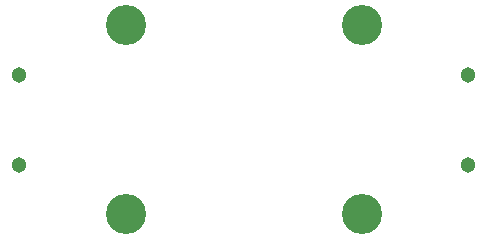
<source format=gbr>
%TF.GenerationSoftware,KiCad,Pcbnew,7.0.9-7.0.9~ubuntu22.04.1*%
%TF.CreationDate,2025-02-28T15:02:42+02:00*%
%TF.ProjectId,UEXT-3TO5V_Rev_A,55455854-2d33-4544-9f35-565f5265765f,A*%
%TF.SameCoordinates,PX68e7780PY76bb820*%
%TF.FileFunction,Soldermask,Bot*%
%TF.FilePolarity,Negative*%
%FSLAX46Y46*%
G04 Gerber Fmt 4.6, Leading zero omitted, Abs format (unit mm)*
G04 Created by KiCad (PCBNEW 7.0.9-7.0.9~ubuntu22.04.1) date 2025-02-28 15:02:42*
%MOMM*%
%LPD*%
G01*
G04 APERTURE LIST*
%ADD10C,1.301600*%
%ADD11C,3.401601*%
G04 APERTURE END LIST*
D10*
%TO.C,UEXT_3V3*%
X6000000Y7690000D03*
X6000000Y15310000D03*
%TD*%
D11*
%TO.C,MH1*%
X15000000Y19500000D03*
%TD*%
%TO.C,MH2*%
X15000000Y3500000D03*
%TD*%
%TO.C,MH3*%
X35000000Y3500000D03*
%TD*%
D10*
%TO.C,UEXT_5V0*%
X44000000Y7690000D03*
X44000000Y15310000D03*
%TD*%
D11*
%TO.C,MH4*%
X35000000Y19500000D03*
%TD*%
M02*

</source>
